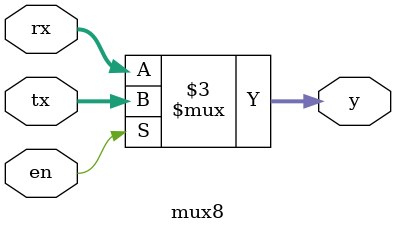
<source format=v>
module mux8 (
input [7:0] tx,rx,
input en,
output reg [7:0] y 
);


always @ (*) 
	begin 
		if (en)
			y = tx;
		else 
			y = rx ;
	end 
	
endmodule 
		

</source>
